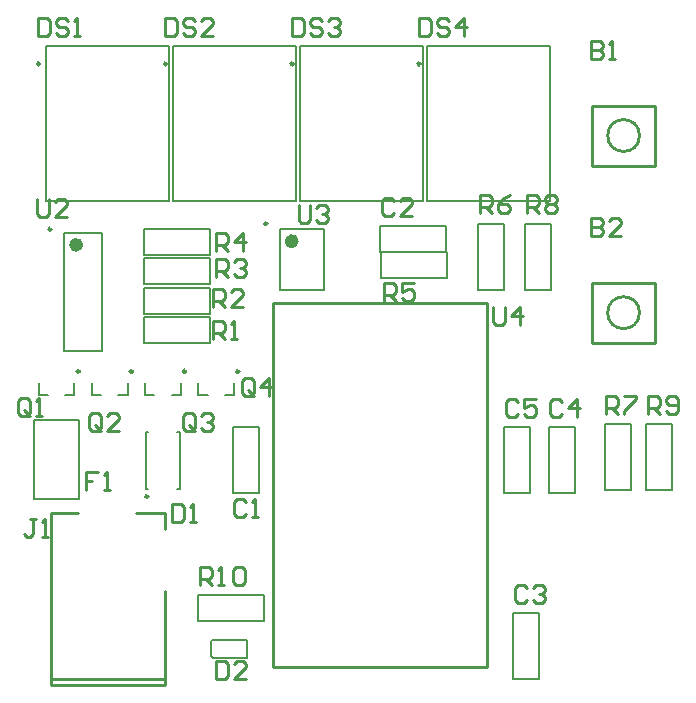
<source format=gto>
G04*
G04 #@! TF.GenerationSoftware,Altium Limited,Altium Designer,22.4.2 (48)*
G04*
G04 Layer_Color=65535*
%FSLAX25Y25*%
%MOIN*%
G70*
G04*
G04 #@! TF.SameCoordinates,7EE18B86-058B-4F95-B7C2-403A54D6B15C*
G04*
G04*
G04 #@! TF.FilePolarity,Positive*
G04*
G01*
G75*
%ADD10C,0.00984*%
%ADD11C,0.02362*%
%ADD12C,0.01000*%
%ADD13C,0.00787*%
D10*
X140551Y116240D02*
G03*
X140551Y116240I-492J0D01*
G01*
X122835D02*
G03*
X122835Y116240I-492J0D01*
G01*
X105118D02*
G03*
X105118Y116240I-492J0D01*
G01*
X87402D02*
G03*
X87402Y116240I-492J0D01*
G01*
X149902Y165551D02*
G03*
X149902Y165551I-492J0D01*
G01*
X110236Y74606D02*
G03*
X110236Y74606I-492J0D01*
G01*
X201043Y218799D02*
G03*
X201043Y218799I-492J0D01*
G01*
X77953Y163661D02*
G03*
X77953Y163661I-492J0D01*
G01*
X158721Y218799D02*
G03*
X158721Y218799I-492J0D01*
G01*
X116398D02*
G03*
X116398Y218799I-492J0D01*
G01*
X74075D02*
G03*
X74075Y218799I-492J0D01*
G01*
D11*
X159252Y159646D02*
G03*
X159252Y159646I-1181J0D01*
G01*
X87402Y158465D02*
G03*
X87402Y158465I-1181J0D01*
G01*
D12*
X274016Y135827D02*
G03*
X274016Y135827I-5315J0D01*
G01*
Y194882D02*
G03*
X274016Y194882I-5315J0D01*
G01*
X151732Y17638D02*
X223189D01*
X151732D02*
Y138996D01*
X223189D01*
Y17638D02*
Y138996D01*
X77953Y13732D02*
X115748D01*
X77953Y11811D02*
Y68898D01*
Y11811D02*
X115748D01*
Y63681D02*
Y68898D01*
Y11811D02*
Y43110D01*
X106201Y68898D02*
X115748D01*
X77953D02*
X86713D01*
X258201Y125827D02*
Y145827D01*
Y125827D02*
X279201D01*
Y145827D01*
X258201D02*
X279201D01*
X258201Y184882D02*
Y204882D01*
Y184882D02*
X279201D01*
Y204882D01*
X258201D02*
X279201D01*
X127400Y45100D02*
Y51098D01*
X130399D01*
X131399Y50098D01*
Y48099D01*
X130399Y47099D01*
X127400D01*
X129399D02*
X131399Y45100D01*
X133398D02*
X135397D01*
X134398D01*
Y51098D01*
X133398Y50098D01*
X138396D02*
X139396Y51098D01*
X141395D01*
X142395Y50098D01*
Y46100D01*
X141395Y45100D01*
X139396D01*
X138396Y46100D01*
Y50098D01*
X132797Y19731D02*
Y13733D01*
X135796D01*
X136796Y14733D01*
Y18732D01*
X135796Y19731D01*
X132797D01*
X142794Y13733D02*
X138795D01*
X142794Y17732D01*
Y18732D01*
X141794Y19731D01*
X139795D01*
X138795Y18732D01*
X225317Y137842D02*
Y132843D01*
X226316Y131843D01*
X228316D01*
X229315Y132843D01*
Y137842D01*
X234314Y131843D02*
Y137842D01*
X231315Y134843D01*
X235313D01*
X160342Y171798D02*
Y166800D01*
X161341Y165800D01*
X163340D01*
X164340Y166800D01*
Y171798D01*
X166340Y170799D02*
X167339Y171798D01*
X169339D01*
X170338Y170799D01*
Y169799D01*
X169339Y168799D01*
X168339D01*
X169339D01*
X170338Y167799D01*
Y166800D01*
X169339Y165800D01*
X167339D01*
X166340Y166800D01*
X73100Y173598D02*
Y168600D01*
X74100Y167600D01*
X76099D01*
X77099Y168600D01*
Y173598D01*
X83097Y167600D02*
X79098D01*
X83097Y171599D01*
Y172598D01*
X82097Y173598D01*
X80098D01*
X79098Y172598D01*
X276800Y102000D02*
Y107998D01*
X279799D01*
X280799Y106998D01*
Y104999D01*
X279799Y103999D01*
X276800D01*
X278799D02*
X280799Y102000D01*
X282798Y103000D02*
X283798Y102000D01*
X285797D01*
X286797Y103000D01*
Y106998D01*
X285797Y107998D01*
X283798D01*
X282798Y106998D01*
Y105999D01*
X283798Y104999D01*
X286797D01*
X236400Y168900D02*
Y174898D01*
X239399D01*
X240399Y173898D01*
Y171899D01*
X239399Y170899D01*
X236400D01*
X238399D02*
X240399Y168900D01*
X242398Y173898D02*
X243398Y174898D01*
X245397D01*
X246397Y173898D01*
Y172899D01*
X245397Y171899D01*
X246397Y170899D01*
Y169900D01*
X245397Y168900D01*
X243398D01*
X242398Y169900D01*
Y170899D01*
X243398Y171899D01*
X242398Y172899D01*
Y173898D01*
X243398Y171899D02*
X245397D01*
X263000Y102000D02*
Y107998D01*
X265999D01*
X266999Y106998D01*
Y104999D01*
X265999Y103999D01*
X263000D01*
X264999D02*
X266999Y102000D01*
X268998Y107998D02*
X272997D01*
Y106998D01*
X268998Y103000D01*
Y102000D01*
X220700Y168900D02*
Y174898D01*
X223699D01*
X224699Y173898D01*
Y171899D01*
X223699Y170899D01*
X220700D01*
X222699D02*
X224699Y168900D01*
X230697Y174898D02*
X228697Y173898D01*
X226698Y171899D01*
Y169900D01*
X227698Y168900D01*
X229697D01*
X230697Y169900D01*
Y170899D01*
X229697Y171899D01*
X226698D01*
X188899Y139717D02*
Y145716D01*
X191898D01*
X192898Y144716D01*
Y142717D01*
X191898Y141717D01*
X188899D01*
X190899D02*
X192898Y139717D01*
X198896Y145716D02*
X194897D01*
Y142717D01*
X196897Y143716D01*
X197896D01*
X198896Y142717D01*
Y140717D01*
X197896Y139717D01*
X195897D01*
X194897Y140717D01*
X132797Y156450D02*
Y162448D01*
X135796D01*
X136796Y161448D01*
Y159449D01*
X135796Y158449D01*
X132797D01*
X134796D02*
X136796Y156450D01*
X141794D02*
Y162448D01*
X138795Y159449D01*
X142794D01*
X132797Y147591D02*
Y153590D01*
X135796D01*
X136796Y152590D01*
Y150591D01*
X135796Y149591D01*
X132797D01*
X134796D02*
X136796Y147591D01*
X138795Y152590D02*
X139795Y153590D01*
X141794D01*
X142794Y152590D01*
Y151590D01*
X141794Y150591D01*
X140794D01*
X141794D01*
X142794Y149591D01*
Y148591D01*
X141794Y147591D01*
X139795D01*
X138795Y148591D01*
X131813Y137749D02*
Y143747D01*
X134812D01*
X135811Y142747D01*
Y140748D01*
X134812Y139748D01*
X131813D01*
X133812D02*
X135811Y137749D01*
X141809D02*
X137811D01*
X141809Y141748D01*
Y142747D01*
X140810Y143747D01*
X138810D01*
X137811Y142747D01*
X131828Y126922D02*
Y132920D01*
X134827D01*
X135827Y131921D01*
Y129921D01*
X134827Y128922D01*
X131828D01*
X133827D02*
X135827Y126922D01*
X137826D02*
X139825D01*
X138826D01*
Y132920D01*
X137826Y131921D01*
X145654Y109221D02*
Y113220D01*
X144654Y114219D01*
X142655D01*
X141655Y113220D01*
Y109221D01*
X142655Y108221D01*
X144654D01*
X143655Y110221D02*
X145654Y108221D01*
X144654D02*
X145654Y109221D01*
X150652Y108221D02*
Y114219D01*
X147653Y111221D01*
X151652D01*
X125969Y97410D02*
Y101409D01*
X124969Y102409D01*
X122970D01*
X121970Y101409D01*
Y97410D01*
X122970Y96410D01*
X124969D01*
X123969Y98410D02*
X125969Y96410D01*
X124969D02*
X125969Y97410D01*
X127968Y101409D02*
X128968Y102409D01*
X130967D01*
X131967Y101409D01*
Y100409D01*
X130967Y99410D01*
X129967D01*
X130967D01*
X131967Y98410D01*
Y97410D01*
X130967Y96410D01*
X128968D01*
X127968Y97410D01*
X94473D02*
Y101409D01*
X93473Y102409D01*
X91474D01*
X90474Y101409D01*
Y97410D01*
X91474Y96410D01*
X93473D01*
X92473Y98410D02*
X94473Y96410D01*
X93473D02*
X94473Y97410D01*
X100471Y96410D02*
X96472D01*
X100471Y100409D01*
Y101409D01*
X99471Y102409D01*
X97472D01*
X96472Y101409D01*
X70866Y102331D02*
Y106330D01*
X69867Y107330D01*
X67867D01*
X66867Y106330D01*
Y102331D01*
X67867Y101332D01*
X69867D01*
X68867Y103331D02*
X70866Y101332D01*
X69867D02*
X70866Y102331D01*
X72865Y101332D02*
X74865D01*
X73865D01*
Y107330D01*
X72865Y106330D01*
X72835Y66975D02*
X70835D01*
X71835D01*
Y61977D01*
X70835Y60977D01*
X69836D01*
X68836Y61977D01*
X74834Y60977D02*
X76833D01*
X75834D01*
Y66975D01*
X74834Y65976D01*
X93504Y82723D02*
X89505D01*
Y79724D01*
X91505D01*
X89505D01*
Y76725D01*
X95503D02*
X97503D01*
X96503D01*
Y82723D01*
X95503Y81724D01*
X200600Y233998D02*
Y228000D01*
X203599D01*
X204599Y229000D01*
Y232998D01*
X203599Y233998D01*
X200600D01*
X210597Y232998D02*
X209597Y233998D01*
X207598D01*
X206598Y232998D01*
Y231999D01*
X207598Y230999D01*
X209597D01*
X210597Y229999D01*
Y229000D01*
X209597Y228000D01*
X207598D01*
X206598Y229000D01*
X215595Y228000D02*
Y233998D01*
X212596Y230999D01*
X216595D01*
X158200Y233998D02*
Y228000D01*
X161199D01*
X162199Y229000D01*
Y232998D01*
X161199Y233998D01*
X158200D01*
X168197Y232998D02*
X167197Y233998D01*
X165198D01*
X164198Y232998D01*
Y231999D01*
X165198Y230999D01*
X167197D01*
X168197Y229999D01*
Y229000D01*
X167197Y228000D01*
X165198D01*
X164198Y229000D01*
X170196Y232998D02*
X171196Y233998D01*
X173195D01*
X174195Y232998D01*
Y231999D01*
X173195Y230999D01*
X172195D01*
X173195D01*
X174195Y229999D01*
Y229000D01*
X173195Y228000D01*
X171196D01*
X170196Y229000D01*
X115900Y233998D02*
Y228000D01*
X118899D01*
X119899Y229000D01*
Y232998D01*
X118899Y233998D01*
X115900D01*
X125897Y232998D02*
X124897Y233998D01*
X122898D01*
X121898Y232998D01*
Y231999D01*
X122898Y230999D01*
X124897D01*
X125897Y229999D01*
Y229000D01*
X124897Y228000D01*
X122898D01*
X121898Y229000D01*
X131895Y228000D02*
X127896D01*
X131895Y231999D01*
Y232998D01*
X130895Y233998D01*
X128896D01*
X127896Y232998D01*
X73600Y233998D02*
Y228000D01*
X76599D01*
X77599Y229000D01*
Y232998D01*
X76599Y233998D01*
X73600D01*
X83597Y232998D02*
X82597Y233998D01*
X80598D01*
X79598Y232998D01*
Y231999D01*
X80598Y230999D01*
X82597D01*
X83597Y229999D01*
Y229000D01*
X82597Y228000D01*
X80598D01*
X79598Y229000D01*
X85596Y228000D02*
X87595D01*
X86596D01*
Y233998D01*
X85596Y232998D01*
X118049Y71897D02*
Y65899D01*
X121048D01*
X122047Y66898D01*
Y70897D01*
X121048Y71897D01*
X118049D01*
X124047Y65899D02*
X126046D01*
X125046D01*
Y71897D01*
X124047Y70897D01*
X233499Y106198D02*
X232499Y107198D01*
X230500D01*
X229500Y106198D01*
Y102200D01*
X230500Y101200D01*
X232499D01*
X233499Y102200D01*
X239497Y107198D02*
X235498D01*
Y104199D01*
X237497Y105199D01*
X238497D01*
X239497Y104199D01*
Y102200D01*
X238497Y101200D01*
X236498D01*
X235498Y102200D01*
X248299Y105998D02*
X247299Y106998D01*
X245300D01*
X244300Y105998D01*
Y102000D01*
X245300Y101000D01*
X247299D01*
X248299Y102000D01*
X253297Y101000D02*
Y106998D01*
X250298Y103999D01*
X254297D01*
X236499Y43998D02*
X235499Y44998D01*
X233500D01*
X232500Y43998D01*
Y40000D01*
X233500Y39000D01*
X235499D01*
X236499Y40000D01*
X238498Y43998D02*
X239498Y44998D01*
X241497D01*
X242497Y43998D01*
Y42999D01*
X241497Y41999D01*
X240497D01*
X241497D01*
X242497Y40999D01*
Y40000D01*
X241497Y39000D01*
X239498D01*
X238498Y40000D01*
X192199Y173198D02*
X191199Y174198D01*
X189200D01*
X188200Y173198D01*
Y169200D01*
X189200Y168200D01*
X191199D01*
X192199Y169200D01*
X198197Y168200D02*
X194198D01*
X198197Y172199D01*
Y173198D01*
X197197Y174198D01*
X195198D01*
X194198Y173198D01*
X142717Y72865D02*
X141717Y73865D01*
X139717D01*
X138718Y72865D01*
Y68867D01*
X139717Y67867D01*
X141717D01*
X142717Y68867D01*
X144716Y67867D02*
X146715D01*
X145716D01*
Y73865D01*
X144716Y72865D01*
X257700Y167298D02*
Y161300D01*
X260699D01*
X261699Y162300D01*
Y163299D01*
X260699Y164299D01*
X257700D01*
X260699D01*
X261699Y165299D01*
Y166298D01*
X260699Y167298D01*
X257700D01*
X267697Y161300D02*
X263698D01*
X267697Y165299D01*
Y166298D01*
X266697Y167298D01*
X264698D01*
X263698Y166298D01*
X257700Y226298D02*
Y220300D01*
X260699D01*
X261699Y221300D01*
Y222299D01*
X260699Y223299D01*
X257700D01*
X260699D01*
X261699Y224299D01*
Y225298D01*
X260699Y226298D01*
X257700D01*
X263698Y220300D02*
X265697D01*
X264698D01*
Y226298D01*
X263698Y225298D01*
D13*
X126969Y108465D02*
X130020D01*
X126969D02*
Y112402D01*
X135728Y108465D02*
X138779D01*
Y112402D01*
X109252Y108465D02*
X112303D01*
X109252D02*
Y112402D01*
X118012Y108465D02*
X121063D01*
Y112402D01*
X91535Y108465D02*
X94587D01*
X91535D02*
Y112402D01*
X100295Y108465D02*
X103347D01*
Y112402D01*
X73819Y108465D02*
X76870D01*
X73819D02*
Y112402D01*
X82579Y108465D02*
X85630D01*
Y112402D01*
X108858Y134252D02*
X130905D01*
Y125591D02*
Y134252D01*
X108858Y125591D02*
X130905D01*
X108858D02*
Y134252D01*
Y144095D02*
X130905D01*
Y135433D02*
Y144095D01*
X108858Y135433D02*
X130905D01*
X108858D02*
Y144095D01*
Y153937D02*
X130905D01*
Y145276D02*
Y153937D01*
X108858Y145276D02*
X130905D01*
X108858D02*
Y153937D01*
Y163779D02*
X130905D01*
Y155118D02*
Y163779D01*
X108858Y155118D02*
X130905D01*
X108858D02*
Y163779D01*
X154134Y143504D02*
Y163583D01*
X168701Y143504D02*
Y163583D01*
X154134D02*
X168701D01*
X154134Y143504D02*
X168701D01*
X187795Y147244D02*
X209842D01*
X187795D02*
Y155905D01*
X209842D01*
Y147244D02*
Y155905D01*
X131102Y21260D02*
X131693Y20669D01*
X143206D01*
X131595Y26575D02*
X143206D01*
Y20669D02*
Y24487D01*
Y26575D01*
X131102Y21260D02*
Y26083D01*
X131595Y26575D01*
X138386Y75590D02*
Y97638D01*
X147047D01*
Y75590D02*
Y97638D01*
X138386Y75590D02*
X147047D01*
X119980Y96063D02*
X120866D01*
X119980Y77165D02*
X120866D01*
X109449Y96063D02*
X110335D01*
X109449Y77165D02*
X110335D01*
X120866D02*
Y96063D01*
X109449Y77165D02*
Y96063D01*
X72244Y73650D02*
X87205D01*
X72244D02*
Y100224D01*
X87205D01*
Y73650D02*
Y100224D01*
X148819Y33071D02*
Y41732D01*
X126772D02*
X148819D01*
X126772Y33071D02*
Y41732D01*
Y33071D02*
X148819D01*
X244488Y143504D02*
Y165551D01*
X235827Y143504D02*
X244488D01*
X235827D02*
Y165551D01*
X244488D01*
X203110Y173012D02*
Y224587D01*
X244252Y173012D02*
Y224587D01*
X203110Y173012D02*
X244252D01*
X203110Y224587D02*
X244252D01*
X243701Y75591D02*
Y97638D01*
X252362D01*
Y75591D02*
Y97638D01*
X243701Y75591D02*
X252362D01*
X262402Y98622D02*
X271063D01*
X262402Y76575D02*
Y98622D01*
Y76575D02*
X271063D01*
Y98622D01*
X220079Y165551D02*
X228740D01*
X220079Y143504D02*
Y165551D01*
Y143504D02*
X228740D01*
Y165551D01*
X276181Y98622D02*
X284842D01*
X276181Y76575D02*
Y98622D01*
Y76575D02*
X284842D01*
Y98622D01*
X228937Y75787D02*
X237598D01*
Y97835D01*
X228937D02*
X237598D01*
X228937Y75787D02*
Y97835D01*
X231890Y35630D02*
X240551D01*
X231890Y13583D02*
Y35630D01*
Y13583D02*
X240551D01*
Y35630D01*
X82284Y123031D02*
Y162402D01*
X94882Y123031D02*
Y162402D01*
X82284D02*
X94882D01*
X82284Y123031D02*
X94882D01*
X160787Y224587D02*
X201929D01*
X160787Y173012D02*
X201929D01*
Y224587D01*
X160787Y173012D02*
Y224587D01*
X118465D02*
X159606D01*
X118465Y173012D02*
X159606D01*
Y224587D01*
X118465Y173012D02*
Y224587D01*
X76142D02*
X117283D01*
X76142Y173012D02*
X117283D01*
Y224587D01*
X76142Y173012D02*
Y224587D01*
X209646Y156102D02*
Y164764D01*
X187598D02*
X209646D01*
X187598Y156102D02*
Y164764D01*
Y156102D02*
X209646D01*
M02*

</source>
